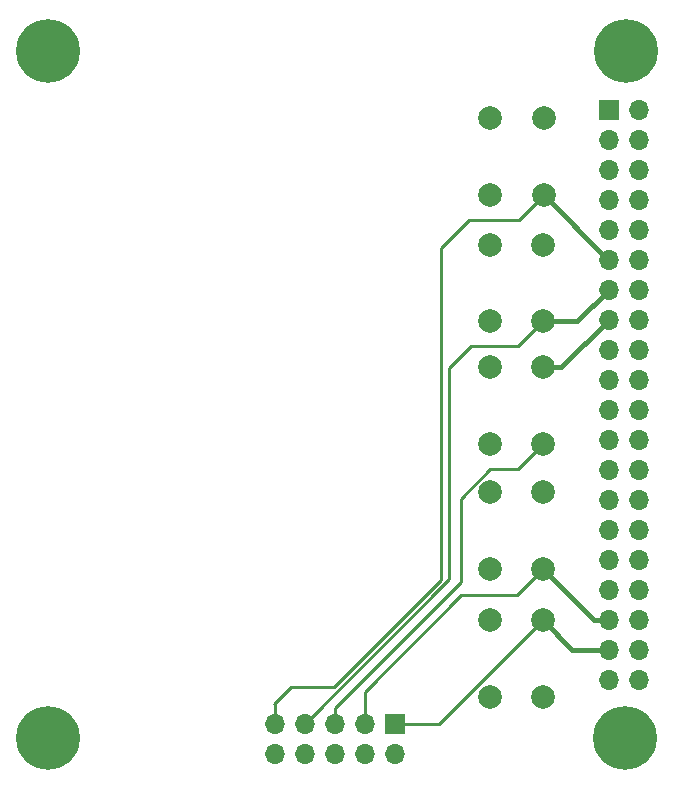
<source format=gbr>
%TF.GenerationSoftware,KiCad,Pcbnew,6.0.10-86aedd382b~118~ubuntu22.04.1*%
%TF.CreationDate,2023-01-22T12:34:59+01:00*%
%TF.ProjectId,pcb,7063622e-6b69-4636-9164-5f7063625858,rev?*%
%TF.SameCoordinates,Original*%
%TF.FileFunction,Copper,L1,Top*%
%TF.FilePolarity,Positive*%
%FSLAX46Y46*%
G04 Gerber Fmt 4.6, Leading zero omitted, Abs format (unit mm)*
G04 Created by KiCad (PCBNEW 6.0.10-86aedd382b~118~ubuntu22.04.1) date 2023-01-22 12:34:59*
%MOMM*%
%LPD*%
G01*
G04 APERTURE LIST*
%TA.AperFunction,ComponentPad*%
%ADD10R,1.700000X1.700000*%
%TD*%
%TA.AperFunction,ComponentPad*%
%ADD11O,1.700000X1.700000*%
%TD*%
%TA.AperFunction,ComponentPad*%
%ADD12C,2.000000*%
%TD*%
%TA.AperFunction,ComponentPad*%
%ADD13C,0.800000*%
%TD*%
%TA.AperFunction,ComponentPad*%
%ADD14C,5.400000*%
%TD*%
%TA.AperFunction,Conductor*%
%ADD15C,0.250000*%
%TD*%
%TA.AperFunction,Conductor*%
%ADD16C,0.400000*%
%TD*%
G04 APERTURE END LIST*
D10*
%TO.P,J2,1,Pin_1*%
%TO.N,GPIO26*%
X88760000Y-96470000D03*
D11*
%TO.P,J2,2,Pin_2*%
%TO.N,GND*%
X88760000Y-99010000D03*
%TO.P,J2,3,Pin_3*%
%TO.N,GPIO19*%
X86220000Y-96470000D03*
%TO.P,J2,4,Pin_4*%
%TO.N,GND*%
X86220000Y-99010000D03*
%TO.P,J2,5,Pin_5*%
%TO.N,GPIO22*%
X83680000Y-96470000D03*
%TO.P,J2,6,Pin_6*%
%TO.N,GND*%
X83680000Y-99010000D03*
%TO.P,J2,7,Pin_7*%
%TO.N,GPIO27*%
X81140000Y-96470000D03*
%TO.P,J2,8,Pin_8*%
%TO.N,GND*%
X81140000Y-99010000D03*
%TO.P,J2,9,Pin_9*%
%TO.N,GPIO17*%
X78600000Y-96470000D03*
%TO.P,J2,10,Pin_10*%
%TO.N,GND*%
X78600000Y-99010000D03*
%TD*%
D12*
%TO.P,SW3,1,1*%
%TO.N,GPIO22*%
X101337500Y-72765000D03*
X101337500Y-66265000D03*
%TO.P,SW3,2,2*%
%TO.N,GND*%
X96837500Y-72765000D03*
X96837500Y-66265000D03*
%TD*%
D13*
%TO.P,H4,1*%
%TO.N,N/C*%
X57998109Y-99071891D03*
X57998109Y-96208109D03*
X59430000Y-95615000D03*
X61455000Y-97640000D03*
X60861891Y-96208109D03*
X57405000Y-97640000D03*
X59430000Y-99665000D03*
D14*
X59430000Y-97640000D03*
D13*
X60861891Y-99071891D03*
%TD*%
%TO.P,H3,1*%
%TO.N,N/C*%
X106868109Y-99101891D03*
X109731891Y-96238109D03*
X108300000Y-95645000D03*
X106868109Y-96238109D03*
X109731891Y-99101891D03*
D14*
X108300000Y-97670000D03*
D13*
X110325000Y-97670000D03*
X106275000Y-97670000D03*
X108300000Y-99695000D03*
%TD*%
%TO.P,H1,1*%
%TO.N,N/C*%
X60841891Y-40941891D03*
X57385000Y-39510000D03*
X60841891Y-38078109D03*
D14*
X59410000Y-39510000D03*
D13*
X57978109Y-40941891D03*
X57978109Y-38078109D03*
X59410000Y-41535000D03*
X61435000Y-39510000D03*
X59410000Y-37485000D03*
%TD*%
D12*
%TO.P,SW5,1,1*%
%TO.N,GPIO17*%
X101370000Y-51660000D03*
X101370000Y-45160000D03*
%TO.P,SW5,2,2*%
%TO.N,GND*%
X96870000Y-45160000D03*
X96870000Y-51660000D03*
%TD*%
%TO.P,SW2,1,1*%
%TO.N,GPIO19*%
X101337500Y-83295000D03*
X101337500Y-76795000D03*
%TO.P,SW2,2,2*%
%TO.N,GND*%
X96837500Y-76795000D03*
X96837500Y-83295000D03*
%TD*%
%TO.P,SW1,1,1*%
%TO.N,GPIO26*%
X101337500Y-87665000D03*
X101337500Y-94165000D03*
%TO.P,SW1,2,2*%
%TO.N,GND*%
X96837500Y-87665000D03*
X96837500Y-94165000D03*
%TD*%
D13*
%TO.P,H2,1*%
%TO.N,N/C*%
X109751891Y-40891891D03*
X110345000Y-39460000D03*
X106888109Y-38028109D03*
X106888109Y-40891891D03*
X109751891Y-38028109D03*
X106295000Y-39460000D03*
X108320000Y-37435000D03*
D14*
X108320000Y-39460000D03*
D13*
X108320000Y-41485000D03*
%TD*%
D12*
%TO.P,SW4,1,1*%
%TO.N,GPIO27*%
X101310000Y-62360000D03*
X101310000Y-55860000D03*
%TO.P,SW4,2,2*%
%TO.N,GND*%
X96810000Y-62360000D03*
X96810000Y-55860000D03*
%TD*%
D10*
%TO.P,J1,1,3V3*%
%TO.N,3v3*%
X106920000Y-44430000D03*
D11*
%TO.P,J1,2,5V*%
%TO.N,5v*%
X109460000Y-44430000D03*
%TO.P,J1,3,SDA/GPIO2*%
%TO.N,GPIO02*%
X106920000Y-46970000D03*
%TO.P,J1,4,5V*%
%TO.N,5v*%
X109460000Y-46970000D03*
%TO.P,J1,5,SCL/GPIO3*%
%TO.N,GPIO03*%
X106920000Y-49510000D03*
%TO.P,J1,6,GND*%
%TO.N,GND*%
X109460000Y-49510000D03*
%TO.P,J1,7,GCLK0/GPIO4*%
%TO.N,GPIO04*%
X106920000Y-52050000D03*
%TO.P,J1,8,GPIO14/TXD*%
%TO.N,GPIO14*%
X109460000Y-52050000D03*
%TO.P,J1,9,GND*%
%TO.N,GND*%
X106920000Y-54590000D03*
%TO.P,J1,10,GPIO15/RXD*%
%TO.N,GPIO15*%
X109460000Y-54590000D03*
%TO.P,J1,11,GPIO17*%
%TO.N,GPIO17*%
X106920000Y-57130000D03*
%TO.P,J1,12,GPIO18/PWM0*%
%TO.N,GPIO18*%
X109460000Y-57130000D03*
%TO.P,J1,13,GPIO27*%
%TO.N,GPIO27*%
X106920000Y-59670000D03*
%TO.P,J1,14,GND*%
%TO.N,GND*%
X109460000Y-59670000D03*
%TO.P,J1,15,GPIO22*%
%TO.N,GPIO22*%
X106920000Y-62210000D03*
%TO.P,J1,16,GPIO23*%
%TO.N,GPIO23*%
X109460000Y-62210000D03*
%TO.P,J1,17,3V3*%
%TO.N,3v3*%
X106920000Y-64750000D03*
%TO.P,J1,18,GPIO24*%
%TO.N,GPIO24*%
X109460000Y-64750000D03*
%TO.P,J1,19,MOSI0/GPIO10*%
%TO.N,GPIO10*%
X106920000Y-67290000D03*
%TO.P,J1,20,GND*%
%TO.N,GND*%
X109460000Y-67290000D03*
%TO.P,J1,21,MISO0/GPIO9*%
%TO.N,GPIO09*%
X106920000Y-69830000D03*
%TO.P,J1,22,GPIO25*%
%TO.N,GPIO25*%
X109460000Y-69830000D03*
%TO.P,J1,23,SCLK0/GPIO11*%
%TO.N,GPIO11*%
X106920000Y-72370000D03*
%TO.P,J1,24,~{CE0}/GPIO8*%
%TO.N,GPIO08*%
X109460000Y-72370000D03*
%TO.P,J1,25,GND*%
%TO.N,GND*%
X106920000Y-74910000D03*
%TO.P,J1,26,~{CE1}/GPIO7*%
%TO.N,GPIO07*%
X109460000Y-74910000D03*
%TO.P,J1,27,ID_SD/GPIO0*%
%TO.N,GPIO00*%
X106920000Y-77450000D03*
%TO.P,J1,28,ID_SC/GPIO1*%
%TO.N,GPIO01*%
X109460000Y-77450000D03*
%TO.P,J1,29,GCLK1/GPIO5*%
%TO.N,GPIO05*%
X106920000Y-79990000D03*
%TO.P,J1,30,GND*%
%TO.N,GND*%
X109460000Y-79990000D03*
%TO.P,J1,31,GCLK2/GPIO6*%
%TO.N,GPIO06*%
X106920000Y-82530000D03*
%TO.P,J1,32,PWM0/GPIO12*%
%TO.N,GPIO12*%
X109460000Y-82530000D03*
%TO.P,J1,33,PWM1/GPIO13*%
%TO.N,GPIO13*%
X106920000Y-85070000D03*
%TO.P,J1,34,GND*%
%TO.N,GND*%
X109460000Y-85070000D03*
%TO.P,J1,35,GPIO19/MISO1*%
%TO.N,GPIO19*%
X106920000Y-87610000D03*
%TO.P,J1,36,GPIO16*%
%TO.N,GPIO16*%
X109460000Y-87610000D03*
%TO.P,J1,37,GPIO26*%
%TO.N,GPIO26*%
X106920000Y-90150000D03*
%TO.P,J1,38,GPIO20/MOSI1*%
%TO.N,GPIO20*%
X109460000Y-90150000D03*
%TO.P,J1,39,GND*%
%TO.N,GND*%
X106920000Y-92690000D03*
%TO.P,J1,40,GPIO21/SCLK1*%
%TO.N,GPIO21*%
X109460000Y-92690000D03*
%TD*%
D15*
%TO.N,GPIO17*%
X78580000Y-94740000D02*
X78600000Y-94760000D01*
X78600000Y-94760000D02*
X78600000Y-96470000D01*
X101370000Y-51660000D02*
X99260000Y-53770000D01*
X79970000Y-93350000D02*
X78580000Y-94740000D01*
X99260000Y-53770000D02*
X95040000Y-53770000D01*
X95040000Y-53770000D02*
X92680000Y-56130000D01*
X92680000Y-56130000D02*
X92680000Y-84293604D01*
X92680000Y-84293604D02*
X83623604Y-93350000D01*
X83623604Y-93350000D02*
X79970000Y-93350000D01*
%TO.N,GPIO27*%
X81140000Y-96470000D02*
X93400000Y-84210000D01*
X93400000Y-84210000D02*
X93400000Y-66330000D01*
X93400000Y-66330000D02*
X95240000Y-64490000D01*
X95240000Y-64490000D02*
X99180000Y-64490000D01*
X99180000Y-64490000D02*
X101310000Y-62360000D01*
%TO.N,GPIO22*%
X83680000Y-96470000D02*
X83680000Y-95140000D01*
X83680000Y-95140000D02*
X94380000Y-84440000D01*
X94380000Y-84440000D02*
X94380000Y-77378667D01*
X94380000Y-77378667D02*
X96868667Y-74890000D01*
X96868667Y-74890000D02*
X99212500Y-74890000D01*
X99212500Y-74890000D02*
X101337500Y-72765000D01*
%TO.N,GPIO19*%
X86220000Y-93710000D02*
X94380000Y-85550000D01*
X86220000Y-96470000D02*
X86220000Y-93710000D01*
X94380000Y-85550000D02*
X99082500Y-85550000D01*
X99082500Y-85550000D02*
X101337500Y-83295000D01*
%TO.N,GPIO26*%
X88760000Y-96470000D02*
X92532500Y-96470000D01*
X92532500Y-96470000D02*
X101337500Y-87665000D01*
D16*
%TO.N,GPIO17*%
X106840000Y-57130000D02*
X106920000Y-57130000D01*
X101370000Y-51660000D02*
X106840000Y-57130000D01*
%TO.N,GPIO27*%
X101310000Y-62360000D02*
X104230000Y-62360000D01*
X104230000Y-62360000D02*
X106920000Y-59670000D01*
%TO.N,GPIO22*%
X101337500Y-66265000D02*
X102865000Y-66265000D01*
X102865000Y-66265000D02*
X106920000Y-62210000D01*
%TO.N,GPIO19*%
X105652500Y-87610000D02*
X106920000Y-87610000D01*
X101337500Y-83295000D02*
X105652500Y-87610000D01*
%TO.N,GPIO26*%
X103822500Y-90150000D02*
X106920000Y-90150000D01*
X101337500Y-87665000D02*
X103822500Y-90150000D01*
%TD*%
M02*

</source>
